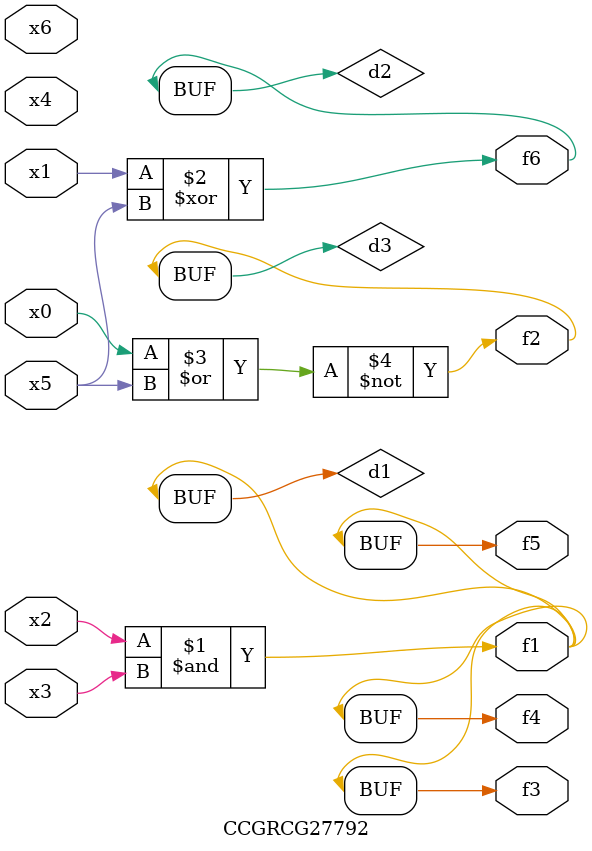
<source format=v>
module CCGRCG27792(
	input x0, x1, x2, x3, x4, x5, x6,
	output f1, f2, f3, f4, f5, f6
);

	wire d1, d2, d3;

	and (d1, x2, x3);
	xor (d2, x1, x5);
	nor (d3, x0, x5);
	assign f1 = d1;
	assign f2 = d3;
	assign f3 = d1;
	assign f4 = d1;
	assign f5 = d1;
	assign f6 = d2;
endmodule

</source>
